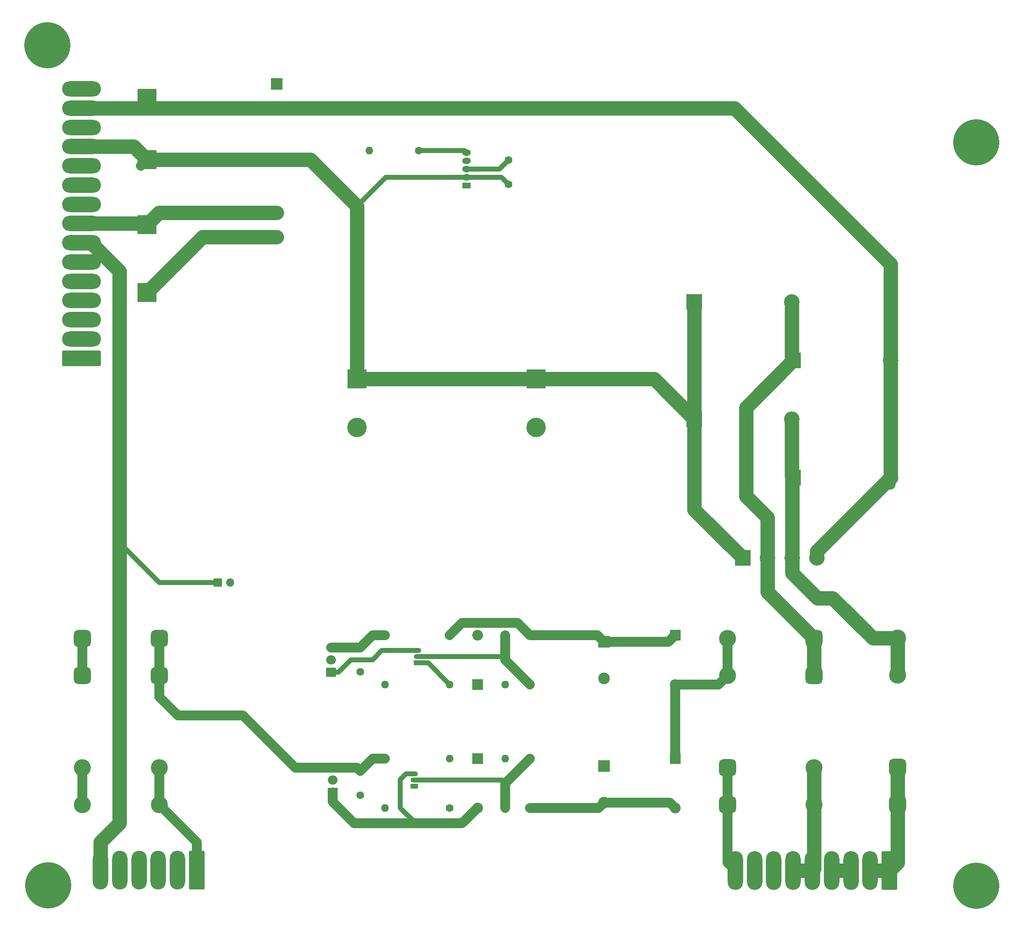
<source format=gtl>
G04 #@! TF.GenerationSoftware,KiCad,Pcbnew,7.0.10-7.0.10~ubuntu22.04.1*
G04 #@! TF.CreationDate,2024-02-02T11:31:48-05:00*
G04 #@! TF.ProjectId,sys11c-power-supply,73797331-3163-42d7-906f-7765722d7375,1.0*
G04 #@! TF.SameCoordinates,Original*
G04 #@! TF.FileFunction,Copper,L1,Top*
G04 #@! TF.FilePolarity,Positive*
%FSLAX46Y46*%
G04 Gerber Fmt 4.6, Leading zero omitted, Abs format (unit mm)*
G04 Created by KiCad (PCBNEW 7.0.10-7.0.10~ubuntu22.04.1) date 2024-02-02 11:31:48*
%MOMM*%
%LPD*%
G01*
G04 APERTURE LIST*
G04 Aperture macros list*
%AMRoundRect*
0 Rectangle with rounded corners*
0 $1 Rounding radius*
0 $2 $3 $4 $5 $6 $7 $8 $9 X,Y pos of 4 corners*
0 Add a 4 corners polygon primitive as box body*
4,1,4,$2,$3,$4,$5,$6,$7,$8,$9,$2,$3,0*
0 Add four circle primitives for the rounded corners*
1,1,$1+$1,$2,$3*
1,1,$1+$1,$4,$5*
1,1,$1+$1,$6,$7*
1,1,$1+$1,$8,$9*
0 Add four rect primitives between the rounded corners*
20,1,$1+$1,$2,$3,$4,$5,0*
20,1,$1+$1,$4,$5,$6,$7,0*
20,1,$1+$1,$6,$7,$8,$9,0*
20,1,$1+$1,$8,$9,$2,$3,0*%
G04 Aperture macros list end*
G04 #@! TA.AperFunction,SMDPad,CuDef*
%ADD10R,4.000000X4.000000*%
G04 #@! TD*
G04 #@! TA.AperFunction,ComponentPad*
%ADD11C,1.600000*%
G04 #@! TD*
G04 #@! TA.AperFunction,ComponentPad*
%ADD12R,1.800000X1.275000*%
G04 #@! TD*
G04 #@! TA.AperFunction,ComponentPad*
%ADD13O,1.800000X1.275000*%
G04 #@! TD*
G04 #@! TA.AperFunction,ComponentPad*
%ADD14O,1.600000X1.600000*%
G04 #@! TD*
G04 #@! TA.AperFunction,ComponentPad*
%ADD15RoundRect,0.875000X0.875000X-0.875000X0.875000X0.875000X-0.875000X0.875000X-0.875000X-0.875000X0*%
G04 #@! TD*
G04 #@! TA.AperFunction,ComponentPad*
%ADD16C,3.500000*%
G04 #@! TD*
G04 #@! TA.AperFunction,ComponentPad*
%ADD17R,2.400000X2.400000*%
G04 #@! TD*
G04 #@! TA.AperFunction,ComponentPad*
%ADD18C,2.400000*%
G04 #@! TD*
G04 #@! TA.AperFunction,ComponentPad*
%ADD19R,2.200000X2.200000*%
G04 #@! TD*
G04 #@! TA.AperFunction,ComponentPad*
%ADD20O,2.200000X2.200000*%
G04 #@! TD*
G04 #@! TA.AperFunction,ComponentPad*
%ADD21R,3.200000X3.200000*%
G04 #@! TD*
G04 #@! TA.AperFunction,ComponentPad*
%ADD22C,3.200000*%
G04 #@! TD*
G04 #@! TA.AperFunction,ComponentPad*
%ADD23R,2.000000X1.905000*%
G04 #@! TD*
G04 #@! TA.AperFunction,ComponentPad*
%ADD24O,2.000000X1.905000*%
G04 #@! TD*
G04 #@! TA.AperFunction,ComponentPad*
%ADD25RoundRect,0.875000X-0.875000X0.875000X-0.875000X-0.875000X0.875000X-0.875000X0.875000X0.875000X0*%
G04 #@! TD*
G04 #@! TA.AperFunction,ComponentPad*
%ADD26O,3.200000X3.200000*%
G04 #@! TD*
G04 #@! TA.AperFunction,ComponentPad*
%ADD27R,1.500000X1.050000*%
G04 #@! TD*
G04 #@! TA.AperFunction,ComponentPad*
%ADD28O,1.500000X1.050000*%
G04 #@! TD*
G04 #@! TA.AperFunction,ComponentPad*
%ADD29RoundRect,0.250000X3.750000X-1.330000X3.750000X1.330000X-3.750000X1.330000X-3.750000X-1.330000X0*%
G04 #@! TD*
G04 #@! TA.AperFunction,ComponentPad*
%ADD30O,8.000000X3.160000*%
G04 #@! TD*
G04 #@! TA.AperFunction,ComponentPad*
%ADD31R,4.000000X4.000000*%
G04 #@! TD*
G04 #@! TA.AperFunction,ComponentPad*
%ADD32C,4.000000*%
G04 #@! TD*
G04 #@! TA.AperFunction,ComponentPad*
%ADD33C,9.500000*%
G04 #@! TD*
G04 #@! TA.AperFunction,ComponentPad*
%ADD34RoundRect,0.250000X1.330000X3.750000X-1.330000X3.750000X-1.330000X-3.750000X1.330000X-3.750000X0*%
G04 #@! TD*
G04 #@! TA.AperFunction,ComponentPad*
%ADD35O,3.160000X8.000000*%
G04 #@! TD*
G04 #@! TA.AperFunction,ComponentPad*
%ADD36R,1.600000X1.600000*%
G04 #@! TD*
G04 #@! TA.AperFunction,ComponentPad*
%ADD37R,1.700000X1.700000*%
G04 #@! TD*
G04 #@! TA.AperFunction,ComponentPad*
%ADD38O,1.700000X1.700000*%
G04 #@! TD*
G04 #@! TA.AperFunction,ComponentPad*
%ADD39R,2.000000X2.000000*%
G04 #@! TD*
G04 #@! TA.AperFunction,ComponentPad*
%ADD40C,2.000000*%
G04 #@! TD*
G04 #@! TA.AperFunction,Conductor*
%ADD41C,1.000000*%
G04 #@! TD*
G04 #@! TA.AperFunction,Conductor*
%ADD42C,3.000000*%
G04 #@! TD*
G04 #@! TA.AperFunction,Conductor*
%ADD43C,2.000000*%
G04 #@! TD*
G04 APERTURE END LIST*
D10*
X97790000Y-68554600D03*
D11*
X141605000Y-194350000D03*
X141605000Y-199350000D03*
D12*
X163505000Y-73885000D03*
D13*
X163505000Y-72185000D03*
X163505000Y-70485000D03*
X163505000Y-68785000D03*
X163505000Y-67085000D03*
D11*
X160020000Y-166370000D03*
D14*
X160020000Y-176530000D03*
D15*
X217170000Y-201255000D03*
X217170000Y-193635000D03*
D16*
X217170000Y-174665000D03*
X217170000Y-167045000D03*
D17*
X191770000Y-193337246D03*
D18*
X191770000Y-200837246D03*
D11*
X160020000Y-201930000D03*
D14*
X160020000Y-191770000D03*
D19*
X206375000Y-191770000D03*
D20*
X206375000Y-201930000D03*
D21*
X220294200Y-150495000D03*
D22*
X225374200Y-150495000D03*
X230454200Y-150495000D03*
X235534200Y-150495000D03*
D23*
X135595000Y-173990000D03*
D24*
X135595000Y-171450000D03*
X135595000Y-168910000D03*
D19*
X165735000Y-191770000D03*
D20*
X165735000Y-201930000D03*
D25*
X100330000Y-167045000D03*
X100330000Y-174665000D03*
D16*
X100330000Y-193635000D03*
X100330000Y-201255000D03*
D21*
X210345000Y-97790000D03*
D26*
X230345000Y-97790000D03*
D27*
X153395000Y-172085000D03*
D28*
X153395000Y-170815000D03*
X153395000Y-169545000D03*
D10*
X97790000Y-95885000D03*
X97790000Y-55880000D03*
D29*
X84298200Y-109391200D03*
D30*
X84298200Y-105431200D03*
X84298200Y-101471200D03*
X84298200Y-97511200D03*
X84298200Y-93551200D03*
X84298200Y-89591200D03*
X84298200Y-85631200D03*
X84298200Y-81671200D03*
X84298200Y-77711200D03*
X84298200Y-73751200D03*
X84298200Y-69791200D03*
X84298200Y-65831200D03*
X84298200Y-61871200D03*
X84298200Y-57911200D03*
X84298200Y-53951200D03*
D31*
X140970000Y-113665000D03*
D32*
X140970000Y-123665000D03*
D33*
X268345200Y-217951800D03*
D11*
X172085000Y-73620000D03*
X172085000Y-68620000D03*
D25*
X84455000Y-167045000D03*
X84455000Y-174665000D03*
D16*
X84455000Y-193635000D03*
X84455000Y-201255000D03*
D33*
X77323200Y-44943800D03*
D21*
X230665000Y-109855000D03*
D26*
X250665000Y-109855000D03*
D33*
X268345800Y-64918000D03*
D11*
X146685000Y-191770000D03*
D14*
X146685000Y-201930000D03*
D25*
X234950000Y-167045000D03*
X234950000Y-174665000D03*
D16*
X234950000Y-193635000D03*
X234950000Y-201255000D03*
D23*
X135950600Y-198755000D03*
D24*
X135950600Y-196215000D03*
X135950600Y-193675000D03*
D19*
X165735000Y-176530000D03*
D20*
X165735000Y-166370000D03*
D11*
X171450000Y-166370000D03*
D14*
X171450000Y-176530000D03*
D31*
X177800000Y-113665000D03*
D32*
X177800000Y-123665000D03*
D19*
X206375000Y-166370000D03*
D20*
X206375000Y-176530000D03*
D34*
X250447400Y-214826600D03*
D35*
X246487400Y-214826600D03*
X242527400Y-214826600D03*
X238567400Y-214826600D03*
X234607400Y-214826600D03*
X230647400Y-214826600D03*
X226687400Y-214826600D03*
X222727400Y-214826600D03*
X218767400Y-214826600D03*
D27*
X152760000Y-197485000D03*
D28*
X152760000Y-196215000D03*
X152760000Y-194945000D03*
D36*
X176530000Y-166370000D03*
D14*
X176530000Y-176530000D03*
D34*
X108033200Y-214742400D03*
D35*
X104073200Y-214742400D03*
X100113200Y-214742400D03*
X96153200Y-214742400D03*
X92193200Y-214742400D03*
X88233200Y-214742400D03*
D10*
X97790000Y-81915000D03*
D37*
X112390000Y-155575000D03*
D38*
X114930000Y-155575000D03*
D21*
X230665000Y-133985000D03*
D26*
X250665000Y-133985000D03*
D33*
X77424800Y-217876000D03*
D21*
X210345000Y-121920000D03*
D26*
X230345000Y-121920000D03*
D17*
X124460000Y-52921041D03*
D18*
X124460000Y-57921041D03*
D36*
X176530000Y-191770000D03*
D14*
X176530000Y-201930000D03*
D11*
X146685000Y-166370000D03*
D14*
X146685000Y-176530000D03*
D17*
X191770000Y-167760000D03*
D18*
X191770000Y-175260000D03*
D11*
X171450000Y-201930000D03*
D14*
X171450000Y-191770000D03*
D11*
X153670000Y-66675000D03*
D14*
X143510000Y-66675000D03*
D15*
X252095000Y-201215000D03*
X252095000Y-193595000D03*
D16*
X252095000Y-174625000D03*
X252095000Y-167005000D03*
D11*
X141605000Y-168950000D03*
X141605000Y-173950000D03*
D39*
X124460000Y-79455000D03*
D40*
X124460000Y-84455000D03*
D41*
X170220000Y-70485000D02*
X172085000Y-68620000D01*
D42*
X109220000Y-84455000D02*
X97790000Y-95885000D01*
D41*
X163505000Y-70485000D02*
X170220000Y-70485000D01*
D42*
X238567400Y-214826600D02*
X242527400Y-214826600D01*
X124460000Y-84455000D02*
X109220000Y-84455000D01*
X92075000Y-91440000D02*
X86266200Y-85631200D01*
X92075000Y-205105000D02*
X92075000Y-147320000D01*
X88233200Y-214742400D02*
X88233200Y-208946800D01*
X97546200Y-81671200D02*
X97790000Y-81915000D01*
X92075000Y-147320000D02*
X92075000Y-91440000D01*
X84298200Y-81671200D02*
X97546200Y-81671200D01*
X88233200Y-208946800D02*
X92075000Y-205105000D01*
D41*
X100330000Y-155575000D02*
X92075000Y-147320000D01*
D42*
X124460000Y-79455000D02*
X100250000Y-79455000D01*
X86266200Y-85631200D02*
X84298200Y-85631200D01*
D43*
X84542000Y-81915000D02*
X84298200Y-81671200D01*
D42*
X100250000Y-79455000D02*
X97790000Y-81915000D01*
D41*
X112390000Y-155575000D02*
X100330000Y-155575000D01*
D42*
X210345000Y-140545800D02*
X220294200Y-150495000D01*
X95066600Y-65831200D02*
X97790000Y-68554600D01*
D41*
X146890000Y-72185000D02*
X140970000Y-78105000D01*
D42*
X131419600Y-68554600D02*
X140970000Y-78105000D01*
D41*
X170650000Y-72185000D02*
X172085000Y-73620000D01*
D42*
X140970000Y-113665000D02*
X177800000Y-113665000D01*
X177800000Y-113665000D02*
X202090000Y-113665000D01*
X210345000Y-97790000D02*
X210345000Y-121920000D01*
D41*
X163505000Y-72185000D02*
X170650000Y-72185000D01*
D42*
X210345000Y-121920000D02*
X210345000Y-140545800D01*
D41*
X163505000Y-72185000D02*
X146890000Y-72185000D01*
D42*
X202090000Y-113665000D02*
X210345000Y-121920000D01*
X140970000Y-78105000D02*
X140970000Y-113665000D01*
D43*
X96553400Y-69791200D02*
X97790000Y-68554600D01*
D42*
X84298200Y-65831200D02*
X95066600Y-65831200D01*
X97790000Y-68554600D02*
X131419600Y-68554600D01*
X250665000Y-90010000D02*
X250665000Y-109855000D01*
X250665000Y-109855000D02*
X250665000Y-133985000D01*
X235534200Y-150495000D02*
X235534200Y-149115800D01*
X218576041Y-57921041D02*
X250665000Y-90010000D01*
X84308041Y-57921041D02*
X84298200Y-57911200D01*
X124460000Y-57921041D02*
X218576041Y-57921041D01*
X235534200Y-149115800D02*
X250665000Y-133985000D01*
D43*
X124450159Y-57911200D02*
X124460000Y-57921041D01*
D42*
X124460000Y-57921041D02*
X84308041Y-57921041D01*
D43*
X250665000Y-135364200D02*
X250665000Y-133985000D01*
X100330000Y-201255000D02*
X100330000Y-193635000D01*
X100330000Y-201255000D02*
X108033200Y-208958200D01*
X108033200Y-208958200D02*
X108033200Y-214742400D01*
X84455000Y-193635000D02*
X84455000Y-201255000D01*
D42*
X246487400Y-214826600D02*
X250447400Y-214826600D01*
X252095000Y-201215000D02*
X252095000Y-193595000D01*
X252095000Y-201215000D02*
X252095000Y-213179000D01*
X252095000Y-213179000D02*
X250447400Y-214826600D01*
X234950000Y-214484000D02*
X234607400Y-214826600D01*
X234950000Y-201255000D02*
X234950000Y-214484000D01*
X234950000Y-193635000D02*
X234950000Y-201255000D01*
X230647400Y-214826600D02*
X234607400Y-214826600D01*
D43*
X217170000Y-213229200D02*
X218767400Y-214826600D01*
X217170000Y-193635000D02*
X217170000Y-201255000D01*
X217170000Y-201255000D02*
X217170000Y-213229200D01*
X160020000Y-166370000D02*
X162560000Y-163830000D01*
X204985000Y-167760000D02*
X206375000Y-166370000D01*
X191770000Y-167760000D02*
X204985000Y-167760000D01*
X162560000Y-163830000D02*
X173990000Y-163830000D01*
X190380000Y-166370000D02*
X191770000Y-167760000D01*
X176530000Y-166370000D02*
X190380000Y-166370000D01*
X173990000Y-163830000D02*
X176530000Y-166370000D01*
X84455000Y-167005000D02*
X83820000Y-166370000D01*
X84455000Y-167045000D02*
X84455000Y-174665000D01*
X144185000Y-166370000D02*
X141605000Y-168950000D01*
X146685000Y-166370000D02*
X144185000Y-166370000D01*
X135595000Y-168910000D02*
X141565000Y-168910000D01*
X84455000Y-167045000D02*
X84455000Y-167005000D01*
X141565000Y-168910000D02*
X141605000Y-168950000D01*
X205282246Y-200837246D02*
X206375000Y-201930000D01*
X191770000Y-200837246D02*
X205282246Y-200837246D01*
X176530000Y-201930000D02*
X190677246Y-201930000D01*
X190677246Y-201930000D02*
X191770000Y-200837246D01*
X135950600Y-193675000D02*
X140930000Y-193675000D01*
X117475000Y-182880000D02*
X128270000Y-193675000D01*
X100330000Y-167045000D02*
X100330000Y-174665000D01*
X146685000Y-191770000D02*
X144185000Y-191770000D01*
X144185000Y-191770000D02*
X141605000Y-194350000D01*
X140930000Y-193675000D02*
X141605000Y-194350000D01*
X128270000Y-193675000D02*
X135950600Y-193675000D01*
X100330000Y-179070000D02*
X104140000Y-182880000D01*
X100330000Y-174665000D02*
X100330000Y-179070000D01*
X104140000Y-182880000D02*
X117475000Y-182880000D01*
D42*
X220980000Y-137795000D02*
X220980000Y-119540000D01*
X230345000Y-109535000D02*
X230665000Y-109855000D01*
X225374200Y-150495000D02*
X225374200Y-157469200D01*
D43*
X230665000Y-98110000D02*
X230345000Y-97790000D01*
D42*
X230345000Y-97790000D02*
X230345000Y-109535000D01*
X234950000Y-167045000D02*
X234950000Y-174665000D01*
X225374200Y-150495000D02*
X225374200Y-142189200D01*
X220980000Y-119540000D02*
X230665000Y-109855000D01*
X225374200Y-157469200D02*
X234950000Y-167045000D01*
X225374200Y-142189200D02*
X220980000Y-137795000D01*
X230454200Y-134195800D02*
X230665000Y-133985000D01*
X230454200Y-150495000D02*
X230454200Y-153619200D01*
X230345000Y-121920000D02*
X230345000Y-133665000D01*
X230345000Y-133665000D02*
X230665000Y-133985000D01*
D43*
X230665000Y-122240000D02*
X230345000Y-121920000D01*
D42*
X235585000Y-158750000D02*
X238760000Y-158750000D01*
X252095000Y-174625000D02*
X252095000Y-167005000D01*
X238760000Y-158750000D02*
X247015000Y-167005000D01*
X230454200Y-150495000D02*
X230454200Y-134195800D01*
X247015000Y-167005000D02*
X252095000Y-167005000D01*
X230454200Y-153619200D02*
X235585000Y-158750000D01*
D43*
X217170000Y-167045000D02*
X217170000Y-174665000D01*
X206375000Y-176530000D02*
X206375000Y-191770000D01*
X206375000Y-176530000D02*
X215305000Y-176530000D01*
X215305000Y-176530000D02*
X217170000Y-174665000D01*
D41*
X144145000Y-171450000D02*
X139700000Y-171450000D01*
X153395000Y-169545000D02*
X146050000Y-169545000D01*
X146050000Y-169545000D02*
X144145000Y-171450000D01*
X139700000Y-171450000D02*
X137160000Y-173990000D01*
X137160000Y-173990000D02*
X135595000Y-173990000D01*
X153395000Y-172085000D02*
X155575000Y-172085000D01*
X155575000Y-172085000D02*
X160020000Y-176530000D01*
D43*
X171450000Y-171450000D02*
X176530000Y-176530000D01*
D41*
X170815000Y-170815000D02*
X171450000Y-171450000D01*
D43*
X171450000Y-166370000D02*
X171450000Y-171450000D01*
D41*
X153395000Y-170815000D02*
X170815000Y-170815000D01*
D43*
X154305000Y-205105000D02*
X140335000Y-205105000D01*
D41*
X149860000Y-201930000D02*
X153035000Y-205105000D01*
X151010000Y-194945000D02*
X149860000Y-196095000D01*
X153035000Y-205105000D02*
X154305000Y-205105000D01*
D43*
X135950600Y-200720600D02*
X135950600Y-198755000D01*
X165735000Y-201930000D02*
X162560000Y-205105000D01*
X162560000Y-205105000D02*
X154305000Y-205105000D01*
D41*
X152760000Y-194945000D02*
X151010000Y-194945000D01*
X149860000Y-196095000D02*
X149860000Y-201930000D01*
D43*
X140335000Y-205105000D02*
X135950600Y-200720600D01*
X171450000Y-196850000D02*
X176530000Y-191770000D01*
X171450000Y-201930000D02*
X171450000Y-196850000D01*
D41*
X170815000Y-196215000D02*
X171450000Y-196850000D01*
X152760000Y-196215000D02*
X170815000Y-196215000D01*
X163095000Y-66675000D02*
X163505000Y-67085000D01*
X153670000Y-66675000D02*
X163095000Y-66675000D01*
M02*

</source>
